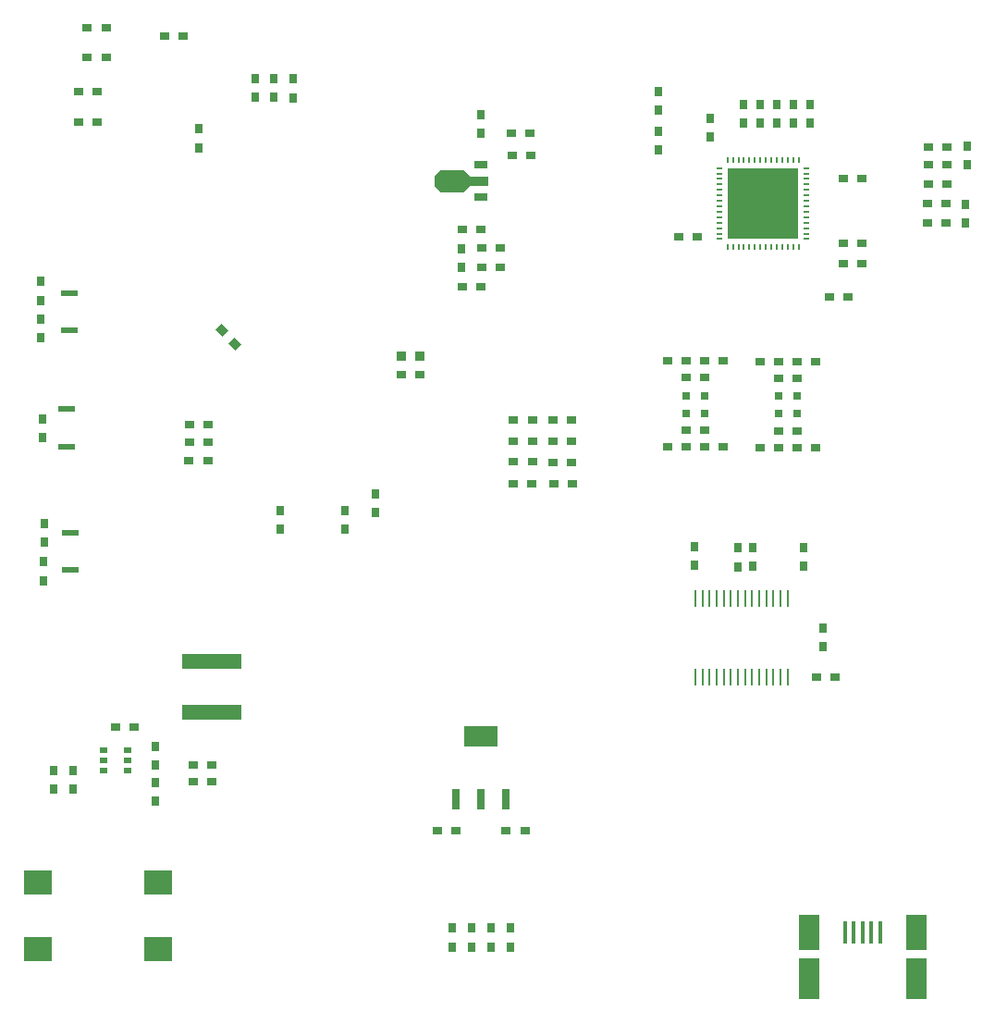
<source format=gtp>
G04 DipTrace 3.0.0.2*
G04 SDR_Transmitter.GTP*
%MOIN*%
G04 #@! TF.FileFunction,Paste,Top*
G04 #@! TF.Part,Single*
%AMOUTLINE2*
4,1,4,
-0.023663,0.001392,
-0.001392,0.023663,
0.023663,-0.001392,
0.001392,-0.023663,
-0.023663,0.001392,
0*%
%AMOUTLINE5*
4,1,4,
0.017717,0.015748,
0.017717,-0.015748,
-0.017717,-0.015748,
-0.017717,0.015748,
0.017717,0.015748,
0*%
%AMOUTLINE8*
4,1,10,
0.096457,0.015748,
0.031834,0.015748,
0.008212,0.03937,
-0.075141,0.03937,
-0.096457,0.018054,
-0.096457,-0.018054,
-0.075141,-0.03937,
0.008212,-0.03937,
0.031834,-0.015748,
0.096457,-0.015748,
0.096457,0.015748,
0*%
%ADD68R,0.035039X0.025591*%
%ADD70R,0.051181X0.031496*%
%ADD72R,0.251969X0.251969*%
%ADD74O,0.025591X0.003937*%
%ADD76O,0.003937X0.025591*%
%ADD78R,0.120079X0.076772*%
%ADD80R,0.029528X0.076772*%
%ADD82R,0.047244X0.003937*%
%ADD84R,0.003937X0.055118*%
%ADD86R,0.055118X0.003937*%
%ADD88R,0.007874X0.062992*%
%ADD90R,0.031496X0.019685*%
%ADD92R,0.059055X0.023622*%
%ADD94R,0.031496X0.029528*%
%ADD96R,0.216535X0.055118*%
%ADD115R,0.102362X0.086614*%
%ADD117R,0.072835X0.149606*%
%ADD119R,0.072835X0.129921*%
%ADD121R,0.011811X0.080709*%
%ADD123R,0.031496X0.035433*%
%ADD125R,0.035433X0.031496*%
%ADD133OUTLINE2*%
%ADD136OUTLINE5*%
%ADD139OUTLINE8*%
%FSLAX26Y26*%
G04*
G70*
G90*
G75*
G01*
G04 TopPaste*
%LPD*%
D125*
X1113701Y1383701D3*
X1046772D3*
D123*
X825701Y1227701D3*
Y1160772D3*
D125*
X1395701Y1187701D3*
X1328772D3*
D123*
X2259950Y659764D3*
Y592835D3*
X2329950Y659764D3*
Y592835D3*
X2399950Y659764D3*
Y592835D3*
X2469950Y659764D3*
Y592835D3*
X3343701Y1965701D3*
Y2032630D3*
X3135701Y1967701D3*
Y2034630D3*
X3289701Y2029701D3*
Y1962772D3*
X3527701Y1963701D3*
Y2030630D3*
D133*
X1477701Y2765701D3*
X1430376Y2813026D3*
D125*
X3573701Y1563701D3*
X3640630D3*
D136*
X2077701Y2719701D3*
X2144630D3*
D123*
X1641701Y2165701D3*
Y2098772D3*
X1985701Y2223701D3*
Y2156772D3*
D125*
X1381701Y2475701D3*
X1314772D3*
X1382630Y2409701D3*
X1315701D3*
X1379701Y2343701D3*
X1312772D3*
D123*
X1347701Y3539701D3*
Y3472772D3*
D125*
X1223701Y3873701D3*
X1290630D3*
D123*
X789292Y1979827D3*
Y1912898D3*
X783701Y2495701D3*
Y2428772D3*
X777701Y2853701D3*
Y2786772D3*
X1873701Y2163701D3*
Y2096772D3*
D125*
X2077701Y2655701D3*
X2144630D3*
D123*
X3309701Y3561197D3*
Y3628126D3*
D125*
X3671701Y3127701D3*
X3738630D3*
D123*
X3551701Y3561197D3*
Y3628126D3*
D125*
X3671701Y3359701D3*
X3738630D3*
X3975701Y3269701D3*
X4042630D3*
X4045701Y3409701D3*
X3978772D3*
X4045701Y3475701D3*
X3978772D3*
X3975701Y3199701D3*
X4042630D3*
X2455984Y1012386D3*
X2522914D3*
X2274753D3*
X2207824D3*
X3145701Y3151701D3*
X3078772D3*
D123*
X3189701Y3511701D3*
Y3578630D3*
D125*
X3669701Y3053701D3*
X3736630D3*
X3103701Y2453701D3*
X3170630D3*
X3103701Y2643701D3*
X3170630D3*
D123*
X1549701Y3655701D3*
Y3722630D3*
X1687701Y3719701D3*
Y3652772D3*
D125*
X2543701Y3443701D3*
X2476772D3*
X2365701Y2969701D3*
X2298772D3*
X2363701Y3177701D3*
X2296772D3*
D123*
X2363701Y3523701D3*
Y3590630D3*
X3489701Y3561197D3*
Y3628126D3*
X3431701Y3561197D3*
Y3628126D3*
X3371701Y3561197D3*
Y3628126D3*
D125*
X3504567Y2451732D3*
X3437638D3*
X3503701Y2641732D3*
X3436772D3*
X2693701Y2261701D3*
X2626772D3*
X2691701Y2337701D3*
X2624772D3*
X2691701Y2413701D3*
X2624772D3*
X2691701Y2489701D3*
X2624772D3*
D123*
X3003701Y3675701D3*
Y3608772D3*
D121*
X3677166Y643701D3*
X3708662D3*
X3740158D3*
X3771654D3*
X3803150D3*
D119*
X3546260Y644685D3*
X3934055D3*
D117*
X3546260Y477362D3*
X3934055D3*
D115*
X767717Y583701D3*
Y823858D3*
X1200788Y583701D3*
Y823858D3*
D96*
X1395701Y1621701D3*
Y1436662D3*
D94*
X3103701Y2513701D3*
Y2576693D3*
X3169701Y2513701D3*
Y2576693D3*
X3503701Y2513701D3*
Y2576693D3*
X3437701Y2513701D3*
Y2576693D3*
D123*
X893701Y1159701D3*
Y1226630D3*
D125*
X1395701Y1247701D3*
X1328772D3*
D123*
X1189701D3*
Y1314630D3*
Y1185701D3*
Y1118772D3*
X3597701Y1673701D3*
Y1740630D3*
X789701Y2117701D3*
Y2050772D3*
X777701Y2989701D3*
Y2922772D3*
D125*
X2548630Y2261701D3*
X2481701D3*
X2549701Y2339701D3*
X2482772D3*
X2549701Y2413701D3*
X2482772D3*
X2549701Y2489701D3*
X2482772D3*
X981701Y3565701D3*
X914772D3*
X981701Y3675701D3*
X914772D3*
D123*
X4116236Y3476916D3*
Y3409987D3*
D125*
X4045701Y3339701D3*
X3978772D3*
D123*
X4109701Y3199701D3*
Y3266630D3*
D125*
X3036835Y2393701D3*
X3103764D3*
X3036772Y2703701D3*
X3103701D3*
X3170835Y2393701D3*
X3237764D3*
X3170772Y2703701D3*
X3237701D3*
D123*
X1617701Y3653701D3*
Y3720630D3*
D125*
X2475701Y3523701D3*
X2542630D3*
D123*
X3003701Y3465701D3*
Y3532630D3*
X2295701Y3039701D3*
Y3106630D3*
D125*
X3571764Y2391732D3*
X3504835D3*
X3570630Y2701732D3*
X3503701D3*
X2435701Y3039701D3*
X2368772D3*
X2435701Y3109701D3*
X2368772D3*
X3688704Y2933701D3*
X3621774D3*
X3437764Y2391732D3*
X3370835D3*
X3436630Y2701732D3*
X3369701D3*
D92*
X883701Y2083701D3*
Y1949843D3*
X871701Y2529701D3*
Y2395843D3*
X881701Y2947701D3*
Y2813843D3*
D90*
X1005701Y1301701D3*
Y1264299D3*
Y1226898D3*
X1092276D3*
Y1264299D3*
Y1301701D3*
D88*
X3137701Y1563701D3*
X3163292D3*
X3188882D3*
X3214473D3*
X3240063D3*
X3265654D3*
X3291244D3*
X3316835D3*
X3342425D3*
X3368016D3*
X3393607D3*
X3419197D3*
X3444788D3*
X3470378D3*
Y1847173D3*
X3444788Y1847166D3*
X3419197D3*
X3393607D3*
X3368016D3*
X3342425D3*
X3316835D3*
X3291244D3*
X3265654D3*
X3240063D3*
X3214473D3*
X3188882D3*
X3163292D3*
X3137701D3*
D86*
X1525701Y2645701D3*
Y2626016D3*
Y2606331D3*
Y2586646D3*
Y2566961D3*
Y2547276D3*
Y2527591D3*
Y2507906D3*
Y2488221D3*
Y2468536D3*
Y2448851D3*
Y2429166D3*
Y2409481D3*
Y2389795D3*
Y2370110D3*
Y2350425D3*
D84*
X1602473Y2273654D3*
X1622158D3*
X1641843D3*
X1661528D3*
X1681213D3*
X1700898D3*
X1720583D3*
X1740268D3*
X1759953D3*
X1779638D3*
X1799323D3*
X1819008D3*
X1838693D3*
X1858378D3*
X1878063D3*
X1897748D3*
D86*
X1974520Y2350425D3*
Y2370110D3*
Y2389795D3*
Y2409481D3*
Y2429166D3*
Y2448851D3*
Y2468536D3*
Y2488221D3*
Y2507906D3*
Y2527591D3*
Y2547276D3*
Y2566961D3*
Y2586646D3*
Y2606331D3*
Y2626016D3*
Y2645701D3*
D84*
X1897748Y2722473D3*
X1878063D3*
X1858378D3*
X1838693D3*
X1819008D3*
X1799323D3*
X1779638D3*
X1759953D3*
X1740268D3*
X1720583D3*
X1700898D3*
X1681213D3*
X1661528D3*
X1641843D3*
X1622158D3*
X1602473D3*
D82*
X1173701Y3733701D3*
Y3714016D3*
Y3694331D3*
Y3674646D3*
Y3654961D3*
X1346929D3*
Y3674646D3*
Y3694331D3*
Y3714016D3*
Y3733701D3*
D80*
X2273701Y1123701D3*
X2364252D3*
X2454803D3*
D78*
X2364252Y1352047D3*
D76*
X3253701Y3113701D3*
X3273386D3*
X3293071D3*
X3312756D3*
X3332441D3*
X3352126D3*
X3371811D3*
X3391496D3*
X3411181D3*
X3430866D3*
X3450551D3*
X3470236D3*
X3489921D3*
X3509607D3*
D74*
X3539134Y3143229D3*
Y3162914D3*
Y3182599D3*
Y3202284D3*
Y3221969D3*
Y3241654D3*
Y3261339D3*
Y3281024D3*
Y3300709D3*
Y3320394D3*
Y3340079D3*
Y3359764D3*
Y3379449D3*
Y3399134D3*
D76*
X3509607Y3428662D3*
X3489921D3*
X3470236D3*
X3450551D3*
X3430866D3*
X3411181D3*
X3391496D3*
X3371811D3*
X3352126D3*
X3332441D3*
X3312756D3*
X3293071D3*
X3273386D3*
X3253701D3*
D74*
X3224168Y3399134D3*
X3224173Y3379449D3*
Y3359764D3*
Y3340079D3*
Y3320394D3*
Y3300709D3*
Y3281024D3*
Y3261339D3*
Y3241654D3*
Y3221969D3*
Y3202284D3*
Y3182599D3*
Y3162914D3*
Y3143229D3*
D72*
X3381651Y3271181D3*
D70*
X2363701Y3293701D3*
D139*
X2292835Y3352756D3*
D70*
X2363701Y3411811D3*
D68*
X943701Y3905701D3*
Y3798221D3*
X1014173D3*
Y3905701D3*
M02*

</source>
